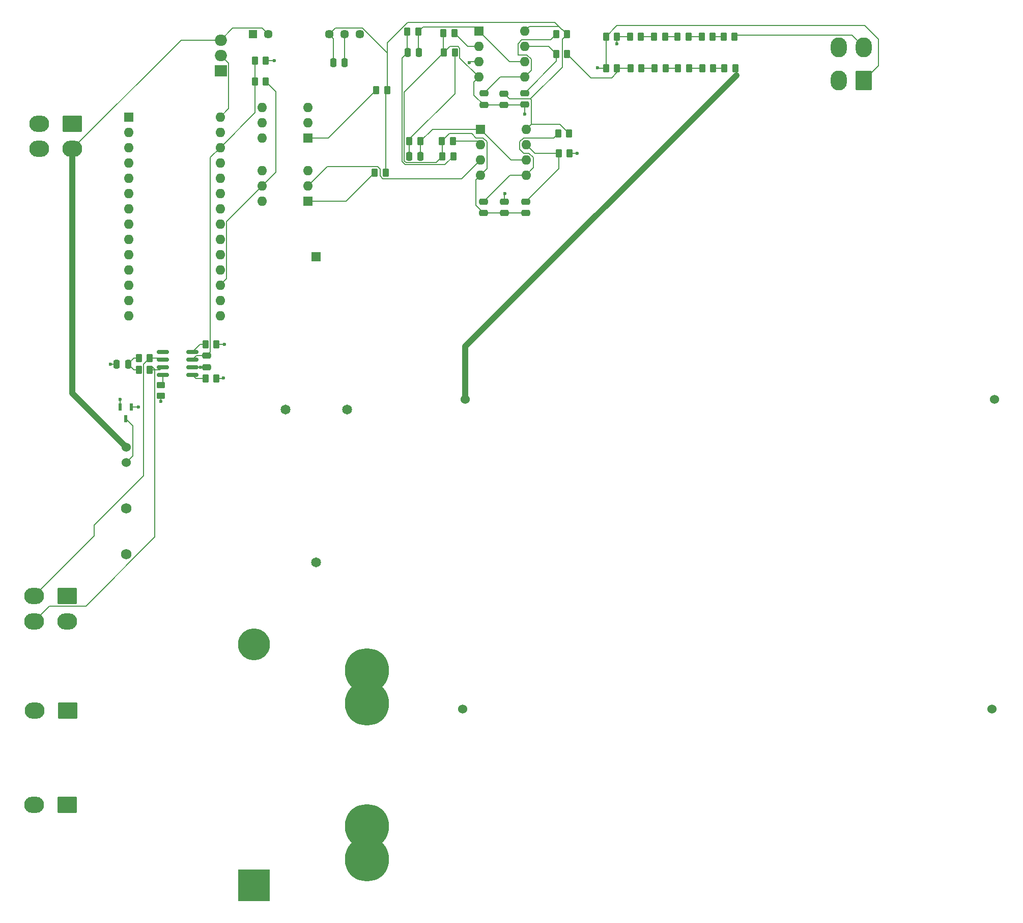
<source format=gbr>
%TF.GenerationSoftware,KiCad,Pcbnew,8.0.0*%
%TF.CreationDate,2025-02-13T19:29:31-08:00*%
%TF.ProjectId,pcc_v0.1,7063635f-7630-42e3-912e-6b696361645f,rev?*%
%TF.SameCoordinates,Original*%
%TF.FileFunction,Copper,L1,Top*%
%TF.FilePolarity,Positive*%
%FSLAX46Y46*%
G04 Gerber Fmt 4.6, Leading zero omitted, Abs format (unit mm)*
G04 Created by KiCad (PCBNEW 8.0.0) date 2025-02-13 19:29:31*
%MOMM*%
%LPD*%
G01*
G04 APERTURE LIST*
G04 Aperture macros list*
%AMRoundRect*
0 Rectangle with rounded corners*
0 $1 Rounding radius*
0 $2 $3 $4 $5 $6 $7 $8 $9 X,Y pos of 4 corners*
0 Add a 4 corners polygon primitive as box body*
4,1,4,$2,$3,$4,$5,$6,$7,$8,$9,$2,$3,0*
0 Add four circle primitives for the rounded corners*
1,1,$1+$1,$2,$3*
1,1,$1+$1,$4,$5*
1,1,$1+$1,$6,$7*
1,1,$1+$1,$8,$9*
0 Add four rect primitives between the rounded corners*
20,1,$1+$1,$2,$3,$4,$5,0*
20,1,$1+$1,$4,$5,$6,$7,0*
20,1,$1+$1,$6,$7,$8,$9,0*
20,1,$1+$1,$8,$9,$2,$3,0*%
G04 Aperture macros list end*
%TA.AperFunction,SMDPad,CuDef*%
%ADD10RoundRect,0.250000X-0.475000X0.250000X-0.475000X-0.250000X0.475000X-0.250000X0.475000X0.250000X0*%
%TD*%
%TA.AperFunction,SMDPad,CuDef*%
%ADD11RoundRect,0.250000X-0.262500X-0.450000X0.262500X-0.450000X0.262500X0.450000X-0.262500X0.450000X0*%
%TD*%
%TA.AperFunction,ComponentPad*%
%ADD12C,1.524000*%
%TD*%
%TA.AperFunction,ComponentPad*%
%ADD13C,1.727200*%
%TD*%
%TA.AperFunction,SMDPad,CuDef*%
%ADD14RoundRect,0.250000X0.262500X0.450000X-0.262500X0.450000X-0.262500X-0.450000X0.262500X-0.450000X0*%
%TD*%
%TA.AperFunction,SMDPad,CuDef*%
%ADD15RoundRect,0.250000X-0.250000X-0.475000X0.250000X-0.475000X0.250000X0.475000X-0.250000X0.475000X0*%
%TD*%
%TA.AperFunction,SMDPad,CuDef*%
%ADD16R,0.558800X1.270000*%
%TD*%
%TA.AperFunction,ComponentPad*%
%ADD17RoundRect,0.250001X-1.399999X1.099999X-1.399999X-1.099999X1.399999X-1.099999X1.399999X1.099999X0*%
%TD*%
%TA.AperFunction,ComponentPad*%
%ADD18O,3.300000X2.700000*%
%TD*%
%TA.AperFunction,ComponentPad*%
%ADD19R,1.600000X1.600000*%
%TD*%
%TA.AperFunction,ComponentPad*%
%ADD20O,1.600000X1.600000*%
%TD*%
%TA.AperFunction,ComponentPad*%
%ADD21RoundRect,0.250001X1.099999X1.399999X-1.099999X1.399999X-1.099999X-1.399999X1.099999X-1.399999X0*%
%TD*%
%TA.AperFunction,ComponentPad*%
%ADD22O,2.700000X3.300000*%
%TD*%
%TA.AperFunction,SMDPad,CuDef*%
%ADD23RoundRect,0.150000X0.825000X0.150000X-0.825000X0.150000X-0.825000X-0.150000X0.825000X-0.150000X0*%
%TD*%
%TA.AperFunction,ComponentPad*%
%ADD24R,1.450000X1.450000*%
%TD*%
%TA.AperFunction,ComponentPad*%
%ADD25C,1.450000*%
%TD*%
%TA.AperFunction,ComponentPad*%
%ADD26R,5.295000X5.295000*%
%TD*%
%TA.AperFunction,ComponentPad*%
%ADD27C,5.295000*%
%TD*%
%TA.AperFunction,ComponentPad*%
%ADD28C,7.350000*%
%TD*%
%TA.AperFunction,ComponentPad*%
%ADD29R,1.650000X1.650000*%
%TD*%
%TA.AperFunction,ComponentPad*%
%ADD30C,1.650000*%
%TD*%
%TA.AperFunction,SMDPad,CuDef*%
%ADD31RoundRect,0.250000X0.250000X0.475000X-0.250000X0.475000X-0.250000X-0.475000X0.250000X-0.475000X0*%
%TD*%
%TA.AperFunction,SMDPad,CuDef*%
%ADD32RoundRect,0.250000X-0.450000X0.262500X-0.450000X-0.262500X0.450000X-0.262500X0.450000X0.262500X0*%
%TD*%
%TA.AperFunction,ComponentPad*%
%ADD33R,2.000000X1.905000*%
%TD*%
%TA.AperFunction,ComponentPad*%
%ADD34O,2.000000X1.905000*%
%TD*%
%TA.AperFunction,ViaPad*%
%ADD35C,0.600000*%
%TD*%
%TA.AperFunction,Conductor*%
%ADD36C,0.200000*%
%TD*%
%TA.AperFunction,Conductor*%
%ADD37C,1.000000*%
%TD*%
G04 APERTURE END LIST*
D10*
%TO.P,C6,1*%
%TO.N,Net-(U4-RC)*%
X133230000Y-52210000D03*
%TO.P,C6,2*%
%TO.N,GNDS*%
X133230000Y-54110000D03*
%TD*%
D11*
%TO.P,R19,1*%
%TO.N,Net-(U4-COMPIN)*%
X145730000Y-44160000D03*
%TO.P,R19,2*%
%TO.N,Net-(R19-Pad2)*%
X147555000Y-44160000D03*
%TD*%
D12*
%TO.P,K3,1,1*%
%TO.N,+12V*%
X73800253Y-93010253D03*
%TO.P,K3,2,2*%
%TO.N,Net-(U5-S)*%
X73800253Y-95550253D03*
D13*
%TO.P,K3,3,3*%
%TO.N,IR+_GND*%
X73800253Y-103170253D03*
%TO.P,K3,4,4*%
%TO.N,GLV-*%
X73800253Y-110790253D03*
%TD*%
D14*
%TO.P,R21,1*%
%TO.N,TS-*%
X175012753Y-24750253D03*
%TO.P,R21,2*%
%TO.N,Net-(R21-Pad2)*%
X173187753Y-24750253D03*
%TD*%
%TO.P,R4,1*%
%TO.N,Net-(R25-Pad2)*%
X159512753Y-30000253D03*
%TO.P,R4,2*%
%TO.N,Net-(R4-Pad2)*%
X157687753Y-30000253D03*
%TD*%
D11*
%TO.P,R33,1*%
%TO.N,Net-(C12-Pad1)*%
X75900253Y-78190253D03*
%TO.P,R33,2*%
%TO.N,CANL*%
X77725253Y-78190253D03*
%TD*%
D12*
%TO.P,R28,1*%
%TO.N,TS-*%
X129800000Y-136500000D03*
%TO.P,R28,2*%
%TO.N,Net-(R28-Pad2)*%
X217800000Y-136500000D03*
%TD*%
D15*
%TO.P,C5,1*%
%TO.N,Net-(C5-Pad1)*%
X120850000Y-44650000D03*
%TO.P,C5,2*%
%TO.N,Net-(U4-IOUT)*%
X122750000Y-44650000D03*
%TD*%
D14*
%TO.P,R30,1*%
%TO.N,CANRX*%
X88800253Y-75890253D03*
%TO.P,R30,2*%
%TO.N,Net-(U8-R)*%
X86975253Y-75890253D03*
%TD*%
%TO.P,R16,1*%
%TO.N,Net-(C5-Pad1)*%
X128462500Y-27400000D03*
%TO.P,R16,2*%
%TO.N,GNDS*%
X126637500Y-27400000D03*
%TD*%
%TO.P,R12,1*%
%TO.N,Freq_Accumulator*%
X97025253Y-28750253D03*
%TO.P,R12,2*%
%TO.N,+3.3V*%
X95200253Y-28750253D03*
%TD*%
D10*
%TO.P,C1,1*%
%TO.N,Net-(U1-COMPIN)*%
X140050000Y-34150000D03*
%TO.P,C1,2*%
%TO.N,GNDS*%
X140050000Y-36050000D03*
%TD*%
%TO.P,C10,1*%
%TO.N,+3.3V*%
X87200253Y-77790253D03*
%TO.P,C10,2*%
%TO.N,GLV-*%
X87200253Y-79690253D03*
%TD*%
D14*
%TO.P,R5,1*%
%TO.N,Net-(R24-Pad2)*%
X159425253Y-24750253D03*
%TO.P,R5,2*%
%TO.N,Net-(R19-Pad2)*%
X157600253Y-24750253D03*
%TD*%
%TO.P,R2,1*%
%TO.N,Net-(R1-Pad2)*%
X171425253Y-30000253D03*
%TO.P,R2,2*%
%TO.N,Net-(R2-Pad2)*%
X169600253Y-30000253D03*
%TD*%
D15*
%TO.P,C4,1*%
%TO.N,Net-(C4-Pad1)*%
X120580000Y-27410000D03*
%TO.P,C4,2*%
%TO.N,Net-(U1-IOUT)*%
X122480000Y-27410000D03*
%TD*%
D16*
%TO.P,U5,1,G*%
%TO.N,IR+*%
X74600253Y-86350253D03*
%TO.P,U5,2,D*%
%TO.N,GLV-*%
X72770255Y-86350253D03*
%TO.P,U5,3,S*%
%TO.N,Net-(U5-S)*%
X73685254Y-88280653D03*
%TD*%
D17*
%TO.P,J7,1,Pin_1*%
%TO.N,GLV-*%
X64000000Y-117750000D03*
D18*
%TO.P,J7,2,Pin_2*%
%TO.N,unconnected-(J7-Pin_2-Pad2)*%
X64000000Y-121950000D03*
%TO.P,J7,3,Pin_3*%
%TO.N,CANL*%
X58500000Y-117750000D03*
%TO.P,J7,4,Pin_4*%
%TO.N,CANH*%
X58500000Y-121950000D03*
%TD*%
D19*
%TO.P,J4,1,Pin_1*%
%TO.N,GLV-*%
X74175000Y-38125000D03*
D20*
%TO.P,J4,2,Pin_2*%
%TO.N,CANRX*%
X74175000Y-40665000D03*
%TO.P,J4,3,Pin_3*%
%TO.N,CANTX*%
X74175000Y-43205000D03*
%TO.P,J4,4,Pin_4*%
%TO.N,unconnected-(J4-Pin_4-Pad4)*%
X74175000Y-45745000D03*
%TO.P,J4,5,Pin_5*%
%TO.N,unconnected-(J4-Pin_5-Pad5)*%
X74175000Y-48285000D03*
%TO.P,J4,6,Pin_6*%
%TO.N,unconnected-(J4-Pin_6-Pad6)*%
X74175000Y-50825000D03*
%TO.P,J4,7,Pin_7*%
%TO.N,unconnected-(J4-Pin_7-Pad7)*%
X74175000Y-53365000D03*
%TO.P,J4,8,Pin_8*%
%TO.N,unconnected-(J4-Pin_8-Pad8)*%
X74175000Y-55905000D03*
%TO.P,J4,9,Pin_9*%
%TO.N,unconnected-(J4-Pin_9-Pad9)*%
X74175000Y-58445000D03*
%TO.P,J4,10,Pin_10*%
%TO.N,unconnected-(J4-Pin_10-Pad10)*%
X74175000Y-60985000D03*
%TO.P,J4,11,Pin_11*%
%TO.N,unconnected-(J4-Pin_11-Pad11)*%
X74175000Y-63525000D03*
%TO.P,J4,12,Pin_12*%
%TO.N,unconnected-(J4-Pin_12-Pad12)*%
X74175000Y-66065000D03*
%TO.P,J4,13,Pin_13*%
%TO.N,IR+*%
X74175000Y-68605000D03*
%TO.P,J4,14,Pin_14*%
%TO.N,unconnected-(J4-Pin_14-Pad14)*%
X74175000Y-71145000D03*
%TO.P,J4,15,Pin_15*%
%TO.N,unconnected-(J4-Pin_15-Pad15)*%
X89415000Y-71145000D03*
%TO.P,J4,16,Pin_16*%
%TO.N,Freq_Accumulator*%
X89415000Y-68605000D03*
%TO.P,J4,17,Pin_17*%
%TO.N,Freq_TS*%
X89415000Y-66065000D03*
%TO.P,J4,18,Pin_18*%
%TO.N,unconnected-(J4-Pin_18-Pad18)*%
X89415000Y-63525000D03*
%TO.P,J4,19,Pin_19*%
%TO.N,unconnected-(J4-Pin_19-Pad19)*%
X89415000Y-60985000D03*
%TO.P,J4,20,Pin_20*%
%TO.N,unconnected-(J4-Pin_20-Pad20)*%
X89415000Y-58445000D03*
%TO.P,J4,21,Pin_21*%
%TO.N,unconnected-(J4-Pin_21-Pad21)*%
X89415000Y-55905000D03*
%TO.P,J4,22,Pin_22*%
%TO.N,unconnected-(J4-Pin_22-Pad22)*%
X89415000Y-53365000D03*
%TO.P,J4,23,Pin_23*%
%TO.N,unconnected-(J4-Pin_23-Pad23)*%
X89415000Y-50825000D03*
%TO.P,J4,24,Pin_24*%
%TO.N,unconnected-(J4-Pin_24-Pad24)*%
X89415000Y-48285000D03*
%TO.P,J4,25,Pin_25*%
%TO.N,unconnected-(J4-Pin_25-Pad25)*%
X89415000Y-45745000D03*
%TO.P,J4,26,Pin_26*%
%TO.N,+3.3V*%
X89415000Y-43205000D03*
%TO.P,J4,27,Pin_27*%
%TO.N,GLV-*%
X89415000Y-40665000D03*
%TO.P,J4,28,Pin_28*%
%TO.N,+5V*%
X89415000Y-38125000D03*
%TD*%
D14*
%TO.P,R18,1*%
%TO.N,+12P*%
X147462500Y-40900000D03*
%TO.P,R18,2*%
%TO.N,Net-(U4-RC)*%
X145637500Y-40900000D03*
%TD*%
%TO.P,R1,1*%
%TO.N,Vin_Accu*%
X175100253Y-30000253D03*
%TO.P,R1,2*%
%TO.N,Net-(R1-Pad2)*%
X173275253Y-30000253D03*
%TD*%
D17*
%TO.P,J8,1,Pin_1*%
%TO.N,GLV-*%
X64040000Y-136800000D03*
D18*
%TO.P,J8,2,Pin_2*%
%TO.N,Shutdown_in*%
X58540000Y-136800000D03*
%TD*%
D21*
%TO.P,J6,1,Pin_1*%
%TO.N,GNDS*%
X196500000Y-32050000D03*
D22*
%TO.P,J6,2,Pin_2*%
%TO.N,B+_in*%
X192300000Y-32050000D03*
%TO.P,J6,3,Pin_3*%
%TO.N,TS-*%
X196500000Y-26550000D03*
%TO.P,J6,4,Pin_4*%
%TO.N,TS+*%
X192300000Y-26550000D03*
%TD*%
D11*
%TO.P,R31,1*%
%TO.N,Net-(U8-D)*%
X86987753Y-81590253D03*
%TO.P,R31,2*%
%TO.N,CANTX*%
X88812753Y-81590253D03*
%TD*%
D23*
%TO.P,U8,1,D*%
%TO.N,Net-(U8-D)*%
X84800253Y-81000253D03*
%TO.P,U8,2,GND*%
%TO.N,GLV-*%
X84800253Y-79730253D03*
%TO.P,U8,3,VCC*%
%TO.N,+3.3V*%
X84800253Y-78460253D03*
%TO.P,U8,4,R*%
%TO.N,Net-(U8-R)*%
X84800253Y-77190253D03*
%TO.P,U8,5,Vref*%
%TO.N,unconnected-(U8-Vref-Pad5)*%
X79850253Y-77190253D03*
%TO.P,U8,6,CANL*%
%TO.N,CANL*%
X79850253Y-78460253D03*
%TO.P,U8,7,CANH*%
%TO.N,CANH*%
X79850253Y-79730253D03*
%TO.P,U8,8,Rs*%
%TO.N,Net-(U8-Rs)*%
X79850253Y-81000253D03*
%TD*%
D14*
%TO.P,R26,1*%
%TO.N,+12P*%
X117212500Y-33650000D03*
%TO.P,R26,2*%
%TO.N,Net-(R26-Pad2)*%
X115387500Y-33650000D03*
%TD*%
D24*
%TO.P,U6,1,-Vin*%
%TO.N,GLV-*%
X94850000Y-24400000D03*
D25*
%TO.P,U6,2,+Vin*%
%TO.N,+12V*%
X97390000Y-24400000D03*
%TO.P,U6,6,+Vout*%
%TO.N,+12P*%
X107550000Y-24400000D03*
%TO.P,U6,7,-Vout*%
%TO.N,GNDS*%
X110090000Y-24400000D03*
%TO.P,U6,8,NC*%
%TO.N,unconnected-(U6-NC-Pad8)*%
X112630000Y-24400000D03*
%TD*%
D11*
%TO.P,R7,1*%
%TO.N,Net-(U1-COMPIN)*%
X145317500Y-27660000D03*
%TO.P,R7,2*%
%TO.N,Net-(R4-Pad2)*%
X147142500Y-27660000D03*
%TD*%
D14*
%TO.P,R25,1*%
%TO.N,Net-(R25-Pad1)*%
X163512753Y-30000253D03*
%TO.P,R25,2*%
%TO.N,Net-(R25-Pad2)*%
X161687753Y-30000253D03*
%TD*%
%TO.P,R3,1*%
%TO.N,Net-(R2-Pad2)*%
X167425253Y-30000253D03*
%TO.P,R3,2*%
%TO.N,Net-(R25-Pad1)*%
X165600253Y-30000253D03*
%TD*%
D26*
%TO.P,K1,1,COIL_1*%
%TO.N,Shutdown_in*%
X95050000Y-165800000D03*
D27*
%TO.P,K1,2,COIL_2*%
%TO.N,GLV-*%
X95050000Y-125800000D03*
D28*
%TO.P,K1,A3,A3*%
%TO.N,B+_in*%
X113800000Y-161500000D03*
%TO.P,K1,A4,A4*%
%TO.N,Vin_Accu*%
X113800000Y-135600000D03*
%TO.P,K1,B3,B3*%
%TO.N,unconnected-(K1-PadB3)*%
X113800000Y-156000000D03*
%TO.P,K1,B4,B4*%
%TO.N,unconnected-(K1-PadB4)*%
X113800000Y-130100000D03*
%TD*%
D17*
%TO.P,J3,1,Pin_1*%
%TO.N,IR+_GND*%
X64000000Y-152500000D03*
D18*
%TO.P,J3,2,Pin_2*%
%TO.N,Shutdown_in*%
X58500000Y-152500000D03*
%TD*%
D10*
%TO.P,C3,1*%
%TO.N,Net-(U1-RC)*%
X133300000Y-34200000D03*
%TO.P,C3,2*%
%TO.N,GNDS*%
X133300000Y-36100000D03*
%TD*%
D29*
%TO.P,K2,1,COM*%
%TO.N,TS+*%
X105400000Y-61400000D03*
D30*
%TO.P,K2,2,NC*%
%TO.N,unconnected-(K2-NC-Pad2)*%
X105400000Y-112200000D03*
%TO.P,K2,3,COIL-*%
%TO.N,GLV-*%
X100300000Y-86800000D03*
%TO.P,K2,4,COIL+*%
%TO.N,Shutdown_in*%
X110500000Y-86800000D03*
%TD*%
D17*
%TO.P,J2,1,Pin_1*%
%TO.N,GLV-*%
X64840000Y-39250000D03*
D18*
%TO.P,J2,2,Pin_2*%
%TO.N,+12V*%
X64840000Y-43450000D03*
%TO.P,J2,3,Pin_3*%
%TO.N,Shutdown_in*%
X59340000Y-39250000D03*
%TO.P,J2,4,Pin_4*%
%TO.N,unconnected-(J2-Pin_4-Pad4)*%
X59340000Y-43450000D03*
%TD*%
D14*
%TO.P,R23,1*%
%TO.N,Net-(R22-Pad2)*%
X167337753Y-24750253D03*
%TO.P,R23,2*%
%TO.N,Net-(R23-Pad2)*%
X165512753Y-24750253D03*
%TD*%
D31*
%TO.P,C9,1*%
%TO.N,GNDS*%
X110130000Y-29110000D03*
%TO.P,C9,2*%
%TO.N,+12P*%
X108230000Y-29110000D03*
%TD*%
D10*
%TO.P,C8,1*%
%TO.N,Net-(U4-COMPIN)*%
X140250253Y-52200253D03*
%TO.P,C8,2*%
%TO.N,GNDS*%
X140250253Y-54100253D03*
%TD*%
%TO.P,C7,1*%
%TO.N,+12P*%
X136730000Y-52210000D03*
%TO.P,C7,2*%
%TO.N,GNDS*%
X136730000Y-54110000D03*
%TD*%
D31*
%TO.P,C12,1*%
%TO.N,Net-(C12-Pad1)*%
X74100253Y-79190253D03*
%TO.P,C12,2*%
%TO.N,GLV-*%
X72200253Y-79190253D03*
%TD*%
D12*
%TO.P,R29,1*%
%TO.N,Net-(R28-Pad2)*%
X218200000Y-85100000D03*
%TO.P,R29,2*%
%TO.N,Vin_Accu*%
X130200000Y-85100000D03*
%TD*%
D19*
%TO.P,U2,1*%
%TO.N,Net-(R26-Pad2)*%
X104020253Y-41630253D03*
D20*
%TO.P,U2,2*%
%TO.N,Net-(U1-FOUT)*%
X104020253Y-39090253D03*
%TO.P,U2,3,NC*%
%TO.N,unconnected-(U2-NC-Pad3)*%
X104020253Y-36550253D03*
%TO.P,U2,4*%
%TO.N,GLV-*%
X96400253Y-36550253D03*
%TO.P,U2,5*%
%TO.N,Freq_Accumulator*%
X96400253Y-39090253D03*
%TO.P,U2,6*%
%TO.N,unconnected-(U2-Pad6)*%
X96400253Y-41630253D03*
%TD*%
D11*
%TO.P,R8,1*%
%TO.N,Net-(C4-Pad1)*%
X120567500Y-23910000D03*
%TO.P,R8,2*%
%TO.N,Net-(U1-IOUT)*%
X122392500Y-23910000D03*
%TD*%
D14*
%TO.P,R13,1*%
%TO.N,Freq_TS*%
X97025253Y-32250253D03*
%TO.P,R13,2*%
%TO.N,+3.3V*%
X95200253Y-32250253D03*
%TD*%
D19*
%TO.P,U1,1,IOUT*%
%TO.N,Net-(U1-IOUT)*%
X132430000Y-23860000D03*
D20*
%TO.P,U1,2,IREF*%
%TO.N,Net-(U1-IREF)*%
X132430000Y-26400000D03*
%TO.P,U1,3,FOUT*%
%TO.N,Net-(U1-FOUT)*%
X132430000Y-28940000D03*
%TO.P,U1,4,GND*%
%TO.N,GNDS*%
X132430000Y-31480000D03*
%TO.P,U1,5,RC*%
%TO.N,Net-(U1-RC)*%
X140050000Y-31480000D03*
%TO.P,U1,6,THRESH*%
%TO.N,Net-(U1-IOUT)*%
X140050000Y-28940000D03*
%TO.P,U1,7,COMPIN*%
%TO.N,Net-(U1-COMPIN)*%
X140050000Y-26400000D03*
%TO.P,U1,8,VS*%
%TO.N,+12P*%
X140050000Y-23860000D03*
%TD*%
D32*
%TO.P,R32,1*%
%TO.N,Net-(U8-Rs)*%
X79550253Y-82660253D03*
%TO.P,R32,2*%
%TO.N,GLV-*%
X79550253Y-84485253D03*
%TD*%
D14*
%TO.P,R24,1*%
%TO.N,Net-(R23-Pad2)*%
X163425253Y-24750253D03*
%TO.P,R24,2*%
%TO.N,Net-(R24-Pad2)*%
X161600253Y-24750253D03*
%TD*%
%TO.P,R14,1*%
%TO.N,+12P*%
X116962500Y-47400000D03*
%TO.P,R14,2*%
%TO.N,Net-(R14-Pad2)*%
X115137500Y-47400000D03*
%TD*%
D19*
%TO.P,U3,1*%
%TO.N,Net-(R14-Pad2)*%
X104020253Y-52130253D03*
D20*
%TO.P,U3,2*%
%TO.N,Net-(U4-FOUT)*%
X104020253Y-49590253D03*
%TO.P,U3,3,NC*%
%TO.N,unconnected-(U3-NC-Pad3)*%
X104020253Y-47050253D03*
%TO.P,U3,4*%
%TO.N,GLV-*%
X96400253Y-47050253D03*
%TO.P,U3,5*%
%TO.N,Freq_TS*%
X96400253Y-49590253D03*
%TO.P,U3,6*%
%TO.N,unconnected-(U3-Pad6)*%
X96400253Y-52130253D03*
%TD*%
D11*
%TO.P,R11,1*%
%TO.N,GNDS*%
X126567500Y-24160000D03*
%TO.P,R11,2*%
%TO.N,Net-(U1-IREF)*%
X128392500Y-24160000D03*
%TD*%
D19*
%TO.P,U4,1,IOUT*%
%TO.N,Net-(U4-IOUT)*%
X132730000Y-40160000D03*
D20*
%TO.P,U4,2,IREF*%
%TO.N,Net-(U4-IREF)*%
X132730000Y-42700000D03*
%TO.P,U4,3,FOUT*%
%TO.N,Net-(U4-FOUT)*%
X132730000Y-45240000D03*
%TO.P,U4,4,GND*%
%TO.N,GNDS*%
X132730000Y-47780000D03*
%TO.P,U4,5,RC*%
%TO.N,Net-(U4-RC)*%
X140350000Y-47780000D03*
%TO.P,U4,6,THRESH*%
%TO.N,Net-(U4-IOUT)*%
X140350000Y-45240000D03*
%TO.P,U4,7,COMPIN*%
%TO.N,Net-(U4-COMPIN)*%
X140350000Y-42700000D03*
%TO.P,U4,8,VS*%
%TO.N,+12P*%
X140350000Y-40160000D03*
%TD*%
D10*
%TO.P,C2,1*%
%TO.N,+12P*%
X136620000Y-34240000D03*
%TO.P,C2,2*%
%TO.N,GNDS*%
X136620000Y-36140000D03*
%TD*%
D14*
%TO.P,R10,1*%
%TO.N,Net-(C4-Pad1)*%
X128200000Y-44650000D03*
%TO.P,R10,2*%
%TO.N,GNDS*%
X126375000Y-44650000D03*
%TD*%
D11*
%TO.P,R17,1*%
%TO.N,Net-(C5-Pad1)*%
X120905000Y-42160000D03*
%TO.P,R17,2*%
%TO.N,Net-(U4-IOUT)*%
X122730000Y-42160000D03*
%TD*%
D14*
%TO.P,R20,1*%
%TO.N,Net-(R19-Pad2)*%
X155425253Y-24750253D03*
%TO.P,R20,2*%
%TO.N,GNDS*%
X153600253Y-24750253D03*
%TD*%
%TO.P,R6,1*%
%TO.N,Net-(R4-Pad2)*%
X155425253Y-30000253D03*
%TO.P,R6,2*%
%TO.N,GNDS*%
X153600253Y-30000253D03*
%TD*%
D33*
%TO.P,U9,1,GND*%
%TO.N,GLV-*%
X89530000Y-30440000D03*
D34*
%TO.P,U9,2,VO*%
%TO.N,+5V*%
X89530000Y-27900000D03*
%TO.P,U9,3,VI*%
%TO.N,+12V*%
X89530000Y-25360000D03*
%TD*%
D11*
%TO.P,R15,1*%
%TO.N,GNDS*%
X126317500Y-42160000D03*
%TO.P,R15,2*%
%TO.N,Net-(U4-IREF)*%
X128142500Y-42160000D03*
%TD*%
D14*
%TO.P,R22,1*%
%TO.N,Net-(R21-Pad2)*%
X171337753Y-24750253D03*
%TO.P,R22,2*%
%TO.N,Net-(R22-Pad2)*%
X169512753Y-24750253D03*
%TD*%
%TO.P,R9,1*%
%TO.N,+12P*%
X147125000Y-24400000D03*
%TO.P,R9,2*%
%TO.N,Net-(U1-RC)*%
X145300000Y-24400000D03*
%TD*%
%TO.P,R27,1*%
%TO.N,CANH*%
X77725253Y-80190253D03*
%TO.P,R27,2*%
%TO.N,Net-(C12-Pad1)*%
X75900253Y-80190253D03*
%TD*%
D35*
%TO.N,+12P*%
X136750253Y-50900253D03*
%TO.N,GLV-*%
X72750253Y-85100253D03*
X86150253Y-79700253D03*
X79550253Y-85400253D03*
X71150253Y-79200253D03*
%TO.N,Net-(R19-Pad2)*%
X155400253Y-25950253D03*
X148800253Y-44150253D03*
%TO.N,Freq_Accumulator*%
X98400253Y-28750253D03*
%TO.N,Net-(U1-FOUT)*%
X130874265Y-29075735D03*
%TO.N,CANRX*%
X90150253Y-75900253D03*
%TO.N,CANTX*%
X89950253Y-81500253D03*
%TO.N,IR+*%
X75800253Y-86350253D03*
%TO.N,GNDS*%
X140050000Y-37650000D03*
X152200253Y-29950253D03*
%TD*%
D36*
%TO.N,Net-(U1-COMPIN)*%
X145317500Y-28882500D02*
X145317500Y-27660000D01*
X140050000Y-34150000D02*
X145317500Y-28882500D01*
X144057500Y-26400000D02*
X145317500Y-27660000D01*
X140050000Y-26400000D02*
X144057500Y-26400000D01*
%TO.N,+12P*%
X141050000Y-35150000D02*
X146330000Y-29870000D01*
X146330000Y-29870000D02*
X146330000Y-25195000D01*
X136730000Y-50920506D02*
X136750253Y-50900253D01*
X108230000Y-25080000D02*
X107550000Y-24400000D01*
X137530000Y-35150000D02*
X136620000Y-34240000D01*
X145125000Y-22400000D02*
X147125000Y-24400000D01*
X145922501Y-39360001D02*
X147462500Y-40900000D01*
X141149999Y-39360001D02*
X145922501Y-39360001D01*
X117212500Y-25767756D02*
X120580256Y-22400000D01*
X140050000Y-23860000D02*
X140849999Y-23060001D01*
X117212500Y-33650000D02*
X117212500Y-25767756D01*
X107550000Y-24400000D02*
X108575000Y-23375000D01*
X140849999Y-23060001D02*
X145785001Y-23060001D01*
X108575000Y-23375000D02*
X113054569Y-23375000D01*
X116962500Y-47400000D02*
X116962500Y-33900000D01*
X117212500Y-27532931D02*
X117212500Y-33650000D01*
X141149999Y-39360001D02*
X141149999Y-35249999D01*
X113054569Y-23375000D02*
X117212500Y-27532931D01*
X146330000Y-25195000D02*
X147125000Y-24400000D01*
X108230000Y-29110000D02*
X108230000Y-25080000D01*
X145785001Y-23060001D02*
X147125000Y-24400000D01*
X141149999Y-35249999D02*
X141050000Y-35150000D01*
X136730000Y-52210000D02*
X136730000Y-50920506D01*
X141050000Y-35150000D02*
X137530000Y-35150000D01*
X116962500Y-33900000D02*
X117212500Y-33650000D01*
X120580256Y-22400000D02*
X145125000Y-22400000D01*
X140350000Y-40160000D02*
X141149999Y-39360001D01*
%TO.N,Net-(U1-IOUT)*%
X123142500Y-23160000D02*
X122392500Y-23910000D01*
X132430000Y-23860000D02*
X131730000Y-23160000D01*
X122392500Y-27322500D02*
X122480000Y-27410000D01*
X131730000Y-23160000D02*
X123142500Y-23160000D01*
X140050000Y-28940000D02*
X137510000Y-28940000D01*
X122392500Y-23910000D02*
X122392500Y-27322500D01*
X137510000Y-28940000D02*
X132430000Y-23860000D01*
%TO.N,Net-(C4-Pad1)*%
X120159314Y-46075000D02*
X119650000Y-45565686D01*
X120567500Y-23910000D02*
X120567500Y-27397500D01*
X126775000Y-46075000D02*
X120159314Y-46075000D01*
X119650000Y-28340000D02*
X120580000Y-27410000D01*
X119650000Y-45565686D02*
X119650000Y-28340000D01*
X120567500Y-27397500D02*
X120580000Y-27410000D01*
X128200000Y-44650000D02*
X126775000Y-46075000D01*
%TO.N,Net-(C5-Pad1)*%
X120905000Y-41795000D02*
X128462500Y-34237500D01*
X128462500Y-34237500D02*
X128462500Y-27400000D01*
X120850000Y-42215000D02*
X120905000Y-42160000D01*
X120850000Y-44650000D02*
X120850000Y-42215000D01*
X120905000Y-42160000D02*
X120905000Y-41795000D01*
%TO.N,Net-(U4-IOUT)*%
X122750000Y-44650000D02*
X122750000Y-42180000D01*
X124730000Y-40160000D02*
X132730000Y-40160000D01*
X122750000Y-42180000D02*
X122730000Y-42160000D01*
X140350000Y-45240000D02*
X137810000Y-45240000D01*
X137810000Y-45240000D02*
X132730000Y-40160000D01*
X122730000Y-42160000D02*
X124730000Y-40160000D01*
%TO.N,Net-(U4-COMPIN)*%
X145730000Y-44160000D02*
X141810000Y-44160000D01*
X140250253Y-52200253D02*
X145730000Y-46720506D01*
X145730000Y-46720506D02*
X145730000Y-44160000D01*
X141810000Y-44160000D02*
X140350000Y-42700000D01*
%TO.N,GLV-*%
X71160253Y-79190253D02*
X71150253Y-79200253D01*
X86120253Y-79730253D02*
X86150253Y-79700253D01*
X84800253Y-79730253D02*
X86120253Y-79730253D01*
X79550253Y-84485253D02*
X79550253Y-85400253D01*
X72200253Y-79190253D02*
X71160253Y-79190253D01*
X87200253Y-79690253D02*
X86160253Y-79690253D01*
X86160253Y-79690253D02*
X86150253Y-79700253D01*
X72770255Y-85120255D02*
X72750253Y-85100253D01*
X72770255Y-86350253D02*
X72770255Y-85120255D01*
%TO.N,CANL*%
X68500000Y-106000000D02*
X76712753Y-97787247D01*
X79580253Y-78190253D02*
X79850253Y-78460253D01*
X76712753Y-79202753D02*
X77725253Y-78190253D01*
X58500000Y-117750000D02*
X68500000Y-107750000D01*
X68500000Y-107750000D02*
X68500000Y-106000000D01*
X77725253Y-78190253D02*
X79580253Y-78190253D01*
X76712753Y-97787247D02*
X76712753Y-79202753D01*
%TO.N,CANH*%
X79390253Y-80190253D02*
X79850253Y-79730253D01*
X78550253Y-80095253D02*
X78185253Y-79730253D01*
X77725253Y-80190253D02*
X79390253Y-80190253D01*
X78550253Y-107949747D02*
X78550253Y-80095253D01*
X67100000Y-119400000D02*
X78550253Y-107949747D01*
X78185253Y-79730253D02*
X77725253Y-80190253D01*
X58500000Y-121950000D02*
X61050000Y-119400000D01*
X61050000Y-119400000D02*
X67100000Y-119400000D01*
%TO.N,+12V*%
X91515000Y-23375000D02*
X89530000Y-25360000D01*
X82930000Y-25360000D02*
X89530000Y-25360000D01*
X97390000Y-24400000D02*
X96365000Y-23375000D01*
D37*
X73800253Y-93010253D02*
X64840000Y-84050000D01*
D36*
X96365000Y-23375000D02*
X91515000Y-23375000D01*
D37*
X64840000Y-84050000D02*
X64840000Y-43450000D01*
D36*
X64840000Y-43450000D02*
X82930000Y-25360000D01*
%TO.N,Net-(R1-Pad2)*%
X171425253Y-30000253D02*
X173275253Y-30000253D01*
%TO.N,Net-(R2-Pad2)*%
X167425253Y-30000253D02*
X169600253Y-30000253D01*
%TO.N,Net-(R25-Pad1)*%
X163512753Y-30000253D02*
X165600253Y-30000253D01*
%TO.N,Net-(R4-Pad2)*%
X155425253Y-30700253D02*
X155425253Y-30000253D01*
X147142500Y-27660000D02*
X151082753Y-31600253D01*
X155425253Y-30000253D02*
X157687753Y-30000253D01*
X154525253Y-31600253D02*
X155425253Y-30700253D01*
X151082753Y-31600253D02*
X154525253Y-31600253D01*
%TO.N,Net-(R25-Pad2)*%
X159512753Y-30000253D02*
X161687753Y-30000253D01*
%TO.N,Net-(R24-Pad2)*%
X161600253Y-24750253D02*
X159425253Y-24750253D01*
%TO.N,Net-(R19-Pad2)*%
X155425253Y-25925253D02*
X155400253Y-25950253D01*
X148800253Y-44150253D02*
X147564747Y-44150253D01*
X157600253Y-24750253D02*
X155425253Y-24750253D01*
X147564747Y-44150253D02*
X147555000Y-44160000D01*
X155425253Y-24750253D02*
X155425253Y-25925253D01*
%TO.N,Net-(U1-IREF)*%
X130632500Y-26400000D02*
X128392500Y-24160000D01*
X132430000Y-26400000D02*
X130632500Y-26400000D01*
%TO.N,Freq_Accumulator*%
X97025253Y-28750253D02*
X98400253Y-28750253D01*
%TO.N,Freq_TS*%
X96400253Y-49590253D02*
X90515000Y-55475506D01*
X98700253Y-47290253D02*
X96400253Y-49590253D01*
X98700253Y-33925253D02*
X98700253Y-47290253D01*
X90515000Y-55475506D02*
X90515000Y-64965000D01*
X90515000Y-64965000D02*
X89415000Y-66065000D01*
X97025253Y-32250253D02*
X98700253Y-33925253D01*
%TO.N,Net-(R14-Pad2)*%
X104020253Y-52130253D02*
X110407247Y-52130253D01*
X110407247Y-52130253D02*
X115137500Y-47400000D01*
%TO.N,Net-(U4-IREF)*%
X128142500Y-42160000D02*
X132190000Y-42160000D01*
X132190000Y-42160000D02*
X132730000Y-42700000D01*
%TO.N,Net-(R21-Pad2)*%
X171337753Y-24750253D02*
X173187753Y-24750253D01*
%TO.N,Net-(R22-Pad2)*%
X169512753Y-24750253D02*
X167337753Y-24750253D01*
%TO.N,Net-(R23-Pad2)*%
X165512753Y-24750253D02*
X163425253Y-24750253D01*
%TO.N,Net-(R26-Pad2)*%
X107407247Y-41630253D02*
X115387500Y-33650000D01*
X104020253Y-41630253D02*
X107407247Y-41630253D01*
%TO.N,Net-(U1-FOUT)*%
X131010000Y-28940000D02*
X130874265Y-29075735D01*
X132430000Y-28940000D02*
X131010000Y-28940000D01*
%TO.N,Net-(U4-FOUT)*%
X107210506Y-46400000D02*
X115634744Y-46400000D01*
X116000253Y-46765509D02*
X116000253Y-47934997D01*
X129570000Y-48400000D02*
X132730000Y-45240000D01*
X116000253Y-47934997D02*
X116465256Y-48400000D01*
X104020253Y-49590253D02*
X107210506Y-46400000D01*
X116465256Y-48400000D02*
X129570000Y-48400000D01*
X115634744Y-46400000D02*
X116000253Y-46765509D01*
%TO.N,Net-(U1-RC)*%
X136020000Y-31480000D02*
X140050000Y-31480000D01*
X145300000Y-24400000D02*
X144400000Y-25300000D01*
X138950000Y-25944365D02*
X138950000Y-27800000D01*
X141150000Y-28484365D02*
X141150000Y-30380000D01*
X141150000Y-30380000D02*
X140050000Y-31480000D01*
X144400000Y-25300000D02*
X139594365Y-25300000D01*
X140465635Y-27800000D02*
X141150000Y-28484365D01*
X138950000Y-27800000D02*
X140465635Y-27800000D01*
X139594365Y-25300000D02*
X138950000Y-25944365D01*
X133300000Y-34200000D02*
X136020000Y-31480000D01*
%TO.N,Net-(U4-RC)*%
X133230000Y-52210000D02*
X137660000Y-47780000D01*
X139894365Y-41600000D02*
X139250000Y-42244365D01*
X141550000Y-44884365D02*
X141550000Y-46580000D01*
X145637500Y-40900000D02*
X144937500Y-41600000D01*
X139250000Y-43495635D02*
X139894365Y-44140000D01*
X144937500Y-41600000D02*
X139894365Y-41600000D01*
X140805635Y-44140000D02*
X141550000Y-44884365D01*
X139894365Y-44140000D02*
X140805635Y-44140000D01*
X139250000Y-42244365D02*
X139250000Y-43495635D01*
X137660000Y-47780000D02*
X140350000Y-47780000D01*
X141550000Y-46580000D02*
X140350000Y-47780000D01*
%TO.N,CANRX*%
X88800253Y-75890253D02*
X90140253Y-75890253D01*
X90140253Y-75890253D02*
X90150253Y-75900253D01*
%TO.N,CANTX*%
X88812753Y-81590253D02*
X89860253Y-81590253D01*
X89860253Y-81590253D02*
X89950253Y-81500253D01*
%TO.N,+5V*%
X89530000Y-27900000D02*
X90830000Y-29200000D01*
X90830000Y-29200000D02*
X90830000Y-36710000D01*
X90830000Y-36710000D02*
X89415000Y-38125000D01*
%TO.N,Net-(C12-Pad1)*%
X75100253Y-78190253D02*
X74100253Y-79190253D01*
X75900253Y-80190253D02*
X75100253Y-80190253D01*
X75100253Y-80190253D02*
X74100253Y-79190253D01*
X75900253Y-78190253D02*
X75100253Y-78190253D01*
%TO.N,IR+*%
X74600253Y-86350253D02*
X75800253Y-86350253D01*
%TO.N,+3.3V*%
X87787753Y-77202753D02*
X87787753Y-44832247D01*
X95200253Y-37419747D02*
X89415000Y-43205000D01*
X95200253Y-32250253D02*
X95200253Y-37419747D01*
X95200253Y-32250253D02*
X95200253Y-28750253D01*
X87200253Y-77790253D02*
X87787753Y-77202753D01*
X87200253Y-77790253D02*
X85470253Y-77790253D01*
X87787753Y-44832247D02*
X89415000Y-43205000D01*
X85470253Y-77790253D02*
X84800253Y-78460253D01*
%TO.N,Net-(U5-S)*%
X74862253Y-89457652D02*
X73685254Y-88280653D01*
X74862253Y-94488253D02*
X74862253Y-89457652D01*
X73800253Y-95550253D02*
X74862253Y-94488253D01*
D37*
%TO.N,Vin_Accu*%
X130200000Y-76269808D02*
X175287753Y-31182055D01*
X130200000Y-85100000D02*
X130200000Y-76269808D01*
D36*
%TO.N,TS-*%
X175012753Y-24750253D02*
X175213006Y-24550000D01*
X175213006Y-24550000D02*
X194500000Y-24550000D01*
X194500000Y-24550000D02*
X196500000Y-26550000D01*
%TO.N,Net-(U8-R)*%
X84800253Y-77190253D02*
X86100253Y-75890253D01*
X86100253Y-75890253D02*
X86975253Y-75890253D01*
%TO.N,Net-(U8-D)*%
X85390253Y-81590253D02*
X84800253Y-81000253D01*
X86987753Y-81590253D02*
X85390253Y-81590253D01*
%TO.N,Net-(U8-Rs)*%
X79850253Y-81000253D02*
X79850253Y-82360253D01*
X79850253Y-82360253D02*
X79550253Y-82660253D01*
%TO.N,GNDS*%
X131630001Y-34480001D02*
X133300000Y-36150000D01*
X153600253Y-30000253D02*
X153600253Y-24750253D01*
X153600253Y-30000253D02*
X152250253Y-30000253D01*
X133185635Y-41600000D02*
X133830000Y-42244365D01*
X132430000Y-31480000D02*
X131630001Y-32279999D01*
X132430000Y-31480000D02*
X129275000Y-28325000D01*
X126567500Y-27330000D02*
X126637500Y-27400000D01*
X136730000Y-54110000D02*
X140240506Y-54110000D01*
X110090000Y-29070000D02*
X110130000Y-29110000D01*
X126317500Y-42632500D02*
X126375000Y-42690000D01*
X152250253Y-30000253D02*
X152200253Y-29950253D01*
X126567500Y-24160000D02*
X126567500Y-27330000D01*
X155400253Y-22950253D02*
X196665076Y-22950253D01*
X136610000Y-36150000D02*
X136620000Y-36140000D01*
X126375000Y-42690000D02*
X126375000Y-44650000D01*
X125350000Y-45675000D02*
X126375000Y-44650000D01*
X126317500Y-42160000D02*
X126317500Y-42632500D01*
X110090000Y-24400000D02*
X110090000Y-29070000D01*
X126637500Y-27400000D02*
X120050000Y-33987500D01*
X131970000Y-41600000D02*
X133185635Y-41600000D01*
X127637500Y-26400000D02*
X126637500Y-27400000D01*
X120325000Y-45675000D02*
X125350000Y-45675000D01*
X127577500Y-40900000D02*
X131270000Y-40900000D01*
X196665076Y-22950253D02*
X198950000Y-25235177D01*
X198950000Y-29600000D02*
X196500000Y-32050000D01*
X133300000Y-36150000D02*
X136610000Y-36150000D01*
X132730000Y-47780000D02*
X131930001Y-48579999D01*
X153600253Y-24750253D02*
X155400253Y-22950253D01*
X140240506Y-54110000D02*
X140250253Y-54100253D01*
X133230000Y-54110000D02*
X136730000Y-54110000D01*
X129275000Y-28325000D02*
X129275000Y-26715256D01*
X133830000Y-46680000D02*
X132730000Y-47780000D01*
X120050000Y-33987500D02*
X120050000Y-45400000D01*
X126317500Y-42160000D02*
X127577500Y-40900000D01*
X140050000Y-36050000D02*
X140050000Y-37650000D01*
X136620000Y-36140000D02*
X139830000Y-36140000D01*
X139830000Y-36140000D02*
X139870000Y-36100000D01*
X131930001Y-52810001D02*
X133230000Y-54110000D01*
X131630001Y-32279999D02*
X131630001Y-34480001D01*
X120050000Y-45400000D02*
X120325000Y-45675000D01*
X133830000Y-42244365D02*
X133830000Y-46680000D01*
X131930001Y-48579999D02*
X131930001Y-52810001D01*
X129275000Y-26715256D02*
X128959744Y-26400000D01*
X128959744Y-26400000D02*
X127637500Y-26400000D01*
X131270000Y-40900000D02*
X131970000Y-41600000D01*
X198950000Y-25235177D02*
X198950000Y-29600000D01*
%TD*%
M02*

</source>
